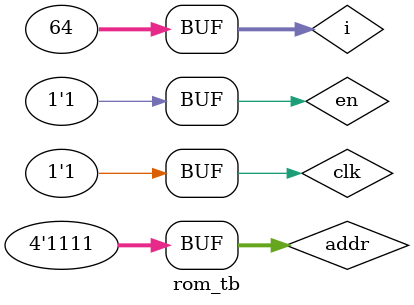
<source format=v>
`include "rom.v"

module rom_tb;

reg clk, en;
reg [3:0] addr;
wire [31:0] data;
integer i;

rom dut 
(
    clk, en, addr, data
);
defparam dut.ADDR_WIDTH = 4;
defparam dut.DATA_WIDTH = 32;
defparam dut.ROM_FILE = "build/raw-mnist-weights-int8/conv2d/cell-weight-0.mem";

// Dump waveform data
initial
begin
    $dumpfile("./build/rtl-sim/vcd/rom.vcd");
    $dumpvars;
end

initial
begin
    for (i = 0; i < 64; i = i + 1)
    begin
        en = 1;
        addr = i % 32;

        clk = 0;
        #100;
        clk = 1;
        #100;
    end
end

endmodule


</source>
